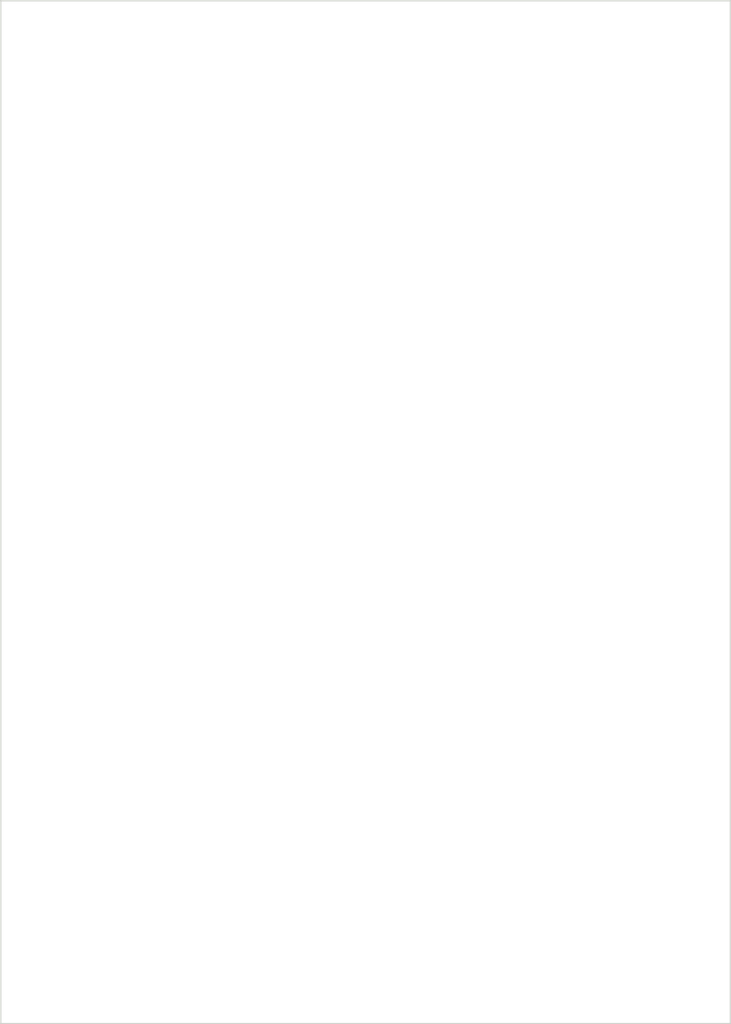
<source format=kicad_pcb>
(kicad_pcb (version 20211014) (generator pcbnew)

  (general
    (thickness 1.6)
  )

  (paper "A4")
  (layers
    (0 "F.Cu" signal)
    (31 "B.Cu" signal)
    (32 "B.Adhes" user "B.Adhesive")
    (33 "F.Adhes" user "F.Adhesive")
    (34 "B.Paste" user)
    (35 "F.Paste" user)
    (36 "B.SilkS" user "B.Silkscreen")
    (37 "F.SilkS" user "F.Silkscreen")
    (38 "B.Mask" user)
    (39 "F.Mask" user)
    (40 "Dwgs.User" user "User.Drawings")
    (41 "Cmts.User" user "User.Comments")
    (42 "Eco1.User" user "User.Eco1")
    (43 "Eco2.User" user "User.Eco2")
    (44 "Edge.Cuts" user)
    (45 "Margin" user)
    (46 "B.CrtYd" user "B.Courtyard")
    (47 "F.CrtYd" user "F.Courtyard")
    (48 "B.Fab" user)
    (49 "F.Fab" user)
    (50 "User.1" user)
    (51 "User.2" user)
    (52 "User.3" user)
    (53 "User.4" user)
    (54 "User.5" user)
    (55 "User.6" user)
    (56 "User.7" user)
    (57 "User.8" user)
    (58 "User.9" user)
  )

  (setup
    (pad_to_mask_clearance 0)
    (aux_axis_origin 100 100)
    (pcbplotparams
      (layerselection 0x00010fc_ffffffff)
      (disableapertmacros false)
      (usegerberextensions false)
      (usegerberattributes true)
      (usegerberadvancedattributes true)
      (creategerberjobfile true)
      (svguseinch false)
      (svgprecision 6)
      (excludeedgelayer true)
      (plotframeref false)
      (viasonmask false)
      (mode 1)
      (useauxorigin false)
      (hpglpennumber 1)
      (hpglpenspeed 20)
      (hpglpendiameter 15.000000)
      (dxfpolygonmode true)
      (dxfimperialunits true)
      (dxfusepcbnewfont true)
      (psnegative false)
      (psa4output false)
      (plotreference true)
      (plotvalue true)
      (plotinvisibletext false)
      (sketchpadsonfab false)
      (subtractmaskfromsilk false)
      (outputformat 1)
      (mirror false)
      (drillshape 1)
      (scaleselection 1)
      (outputdirectory "")
    )
  )

  (net 0 "")

  (gr_rect (start 100 100) (end 150 170) (layer "Edge.Cuts") (width 0.1) (fill none) (tstamp 91c8637f-3282-4827-a18c-4f843e110399))

)

</source>
